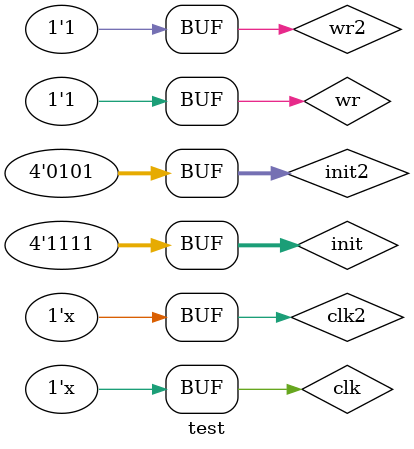
<source format=v>
`include "dds.v"

module test;
wire [7:0] out;
wire sym;
reg [3:0] init;
reg wr;
reg clk;

wire [7:0] out2;
wire sym2;
reg [3:0] init2;
reg wr2;
reg clk2;

wire [7:0] out3;
wire [7:0] out4;

dds test_dd1(out,sym,init,wr,clk);
dds test_dd2(out2,sym2,init2,wr2,clk2);


assign out3=((sym==1'b1)?((8'hff)/2-out/2):(out/2+7'b1111111));
assign out4=((sym2==1'b1)?((8'hff)/2-out2/2):(out2/2+7'b1111111));

initial
begin
	$dumpfile("test.dump");
	$dumpvars(0,clk);
	$dumpvars(1,wr);
	$dumpvars(2,init);
	$dumpvars(3,out3);
	$dumpvars(4,sym);
	$dumpvars(5,clk2);
	$dumpvars(6,wr2);
	$dumpvars(7,init2);
	$dumpvars(8,out2);
	$dumpvars(9,sym2);

	clk=1'b0;
	wr=1'b0;
	init=4'h0f;
	clk2=1'b0;
	wr2=1'b0;
	init2=4'h05;
end

always
begin
	#5 
	begin
		clk=~clk;
		clk2=~clk2;
	end
	#5
	begin
       		wr=1'b1;
		wr2=1'b1;
	end
end
endmodule

</source>
